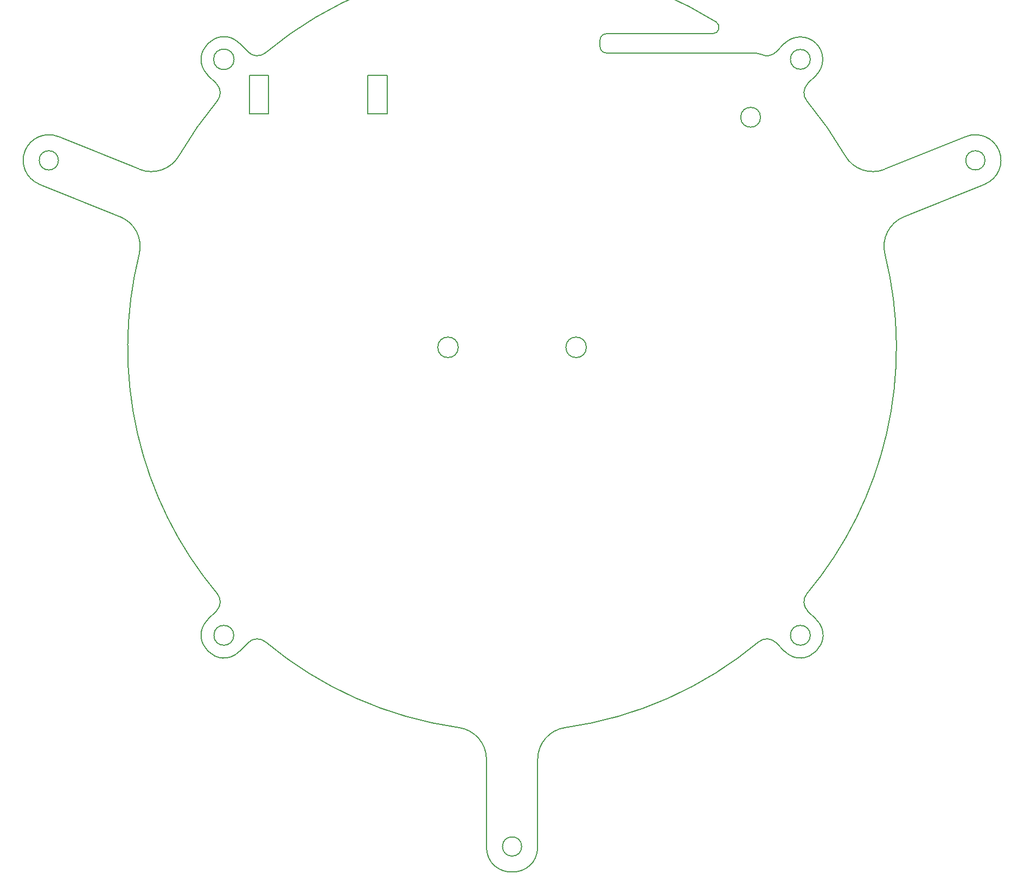
<source format=gbr>
%TF.GenerationSoftware,KiCad,Pcbnew,8.0.3*%
%TF.CreationDate,2024-06-18T01:51:01+08:00*%
%TF.ProjectId,imu-rounded,696d752d-726f-4756-9e64-65642e6b6963,rev?*%
%TF.SameCoordinates,Original*%
%TF.FileFunction,Profile,NP*%
%FSLAX46Y46*%
G04 Gerber Fmt 4.6, Leading zero omitted, Abs format (unit mm)*
G04 Created by KiCad (PCBNEW 8.0.3) date 2024-06-18 01:51:01*
%MOMM*%
%LPD*%
G01*
G04 APERTURE LIST*
%TA.AperFunction,Profile*%
%ADD10C,0.200000*%
%TD*%
G04 APERTURE END LIST*
D10*
X29179659Y-70780686D02*
G75*
G02*
X26179659Y-70780686I-1500000J0D01*
G01*
X26179659Y-70780686D02*
G75*
G02*
X29179659Y-70780686I1500000J0D01*
G01*
X138495509Y-146022775D02*
G75*
G02*
X141197825Y-146147573I1283191J-1534125D01*
G01*
X58802384Y-53852636D02*
X57474874Y-52525126D01*
X146022775Y-61504491D02*
G75*
G02*
X146147573Y-58802175I1534125J1283191D01*
G01*
X38815144Y-79593852D02*
G75*
G02*
X41792746Y-85442870I-1873044J-4635948D01*
G01*
X91692308Y-159422069D02*
G75*
G02*
X95999992Y-164373908I-692308J-4951831D01*
G01*
X104000000Y-178000000D02*
G75*
G02*
X96000000Y-178000000I-4000000J0D01*
G01*
X80500000Y-63500000D02*
X77500000Y-63500000D01*
X101500000Y-178000000D02*
G75*
G02*
X98500000Y-178000000I-1500000J0D01*
G01*
X98500000Y-178000000D02*
G75*
G02*
X101500000Y-178000000I1500000J0D01*
G01*
X96000000Y-164373908D02*
X96000000Y-178000000D01*
X48016934Y-70037343D02*
G75*
G02*
X41812049Y-72176400I-4331884J2496783D01*
G01*
X147474874Y-142525126D02*
G75*
G02*
X142525126Y-147474874I-2474874J-2474874D01*
G01*
X52525126Y-57474874D02*
X53857326Y-58807074D01*
X77500000Y-63500000D02*
X77500000Y-57500000D01*
X138495509Y-146022775D02*
G75*
G02*
X108307692Y-159422069I-38495509J46022775D01*
G01*
X77500000Y-57500000D02*
X80500000Y-57500000D01*
X52525126Y-57474874D02*
G75*
G02*
X57474874Y-52525126I2474874J2474874D01*
G01*
X158207299Y-85442859D02*
G75*
G02*
X146022775Y-138495509I-58207299J-14557141D01*
G01*
X91600000Y-100000000D02*
G75*
G02*
X88400000Y-100000000I-1600000J0D01*
G01*
X88400000Y-100000000D02*
G75*
G02*
X91600000Y-100000000I1600000J0D01*
G01*
X59000000Y-57500000D02*
X62000000Y-57500000D01*
X56600000Y-55000000D02*
G75*
G02*
X53400000Y-55000000I-1600000J0D01*
G01*
X53400000Y-55000000D02*
G75*
G02*
X56600000Y-55000000I1600000J0D01*
G01*
X56550000Y-145000000D02*
G75*
G02*
X53450000Y-145000000I-1550000J0D01*
G01*
X53450000Y-145000000D02*
G75*
G02*
X56550000Y-145000000I1550000J0D01*
G01*
X137948700Y-54000000D02*
G75*
G02*
X138863730Y-54221546I0J-2000400D01*
G01*
X61504491Y-53977225D02*
G75*
G02*
X131851783Y-49152542I38495509J-46022775D01*
G01*
X26181244Y-74489425D02*
G75*
G02*
X29178085Y-67071959I1498416J3708735D01*
G01*
X170821874Y-67071966D02*
G75*
G02*
X173818726Y-74489434I1498426J-3708734D01*
G01*
X26181244Y-74489425D02*
X38815144Y-79593852D01*
X53852427Y-141197825D02*
X52525126Y-142525126D01*
X62000000Y-57500000D02*
X62000000Y-63500000D01*
X104000000Y-178000000D02*
X104000000Y-164373900D01*
X141197825Y-146147573D02*
X142525126Y-147474874D01*
X41812048Y-72176402D02*
X29178088Y-67071951D01*
X80500000Y-57500000D02*
X80500000Y-63500000D01*
X146147573Y-58802175D02*
X147474874Y-57474874D01*
X146022775Y-61504491D02*
G75*
G02*
X151983069Y-70037341I-46023175J-38495809D01*
G01*
X53857326Y-58807074D02*
G75*
G02*
X53977216Y-61504483I-1414226J-1414226D01*
G01*
X62000000Y-63500000D02*
X59000000Y-63500000D01*
X48016934Y-70037343D02*
G75*
G02*
X53977223Y-61504489I51982666J-29962357D01*
G01*
X142525126Y-52525126D02*
G75*
G02*
X147474874Y-57474874I2474874J-2474874D01*
G01*
X61504491Y-53977225D02*
G75*
G02*
X58802383Y-53852637I-1283191J1534125D01*
G01*
X137948700Y-54000000D02*
X114736700Y-54000000D01*
X142525126Y-52525126D02*
X141192926Y-53857326D01*
X113736715Y-52994709D02*
X113736715Y-52000000D01*
X161195912Y-79589386D02*
X173818727Y-74489437D01*
X57474874Y-147474874D02*
G75*
G02*
X52525126Y-142525126I-2474874J2474874D01*
G01*
X114736715Y-51000000D02*
X131325590Y-51000000D01*
X146142674Y-141192926D02*
G75*
G02*
X146022784Y-138495517I1414226J1414226D01*
G01*
X114736700Y-54000000D02*
G75*
G02*
X113736714Y-52994709I0J1000000D01*
G01*
X170821874Y-67071966D02*
X158188051Y-72176362D01*
X53977225Y-138495509D02*
G75*
G02*
X53852427Y-141197825I-1534125J-1283191D01*
G01*
X58807074Y-146142674D02*
G75*
G02*
X61504483Y-146022784I1414226J-1414226D01*
G01*
X173820341Y-70780686D02*
G75*
G02*
X170820341Y-70780686I-1500000J0D01*
G01*
X170820341Y-70780686D02*
G75*
G02*
X173820341Y-70780686I1500000J0D01*
G01*
X158207299Y-85442859D02*
G75*
G02*
X161195912Y-79589386I4850701J1213059D01*
G01*
X141192926Y-53857326D02*
G75*
G02*
X138863727Y-54221553I-1414226J1414226D01*
G01*
X111600000Y-100000000D02*
G75*
G02*
X108400000Y-100000000I-1600000J0D01*
G01*
X108400000Y-100000000D02*
G75*
G02*
X111600000Y-100000000I1600000J0D01*
G01*
X146550000Y-145000000D02*
G75*
G02*
X143450000Y-145000000I-1550000J0D01*
G01*
X143450000Y-145000000D02*
G75*
G02*
X146550000Y-145000000I1550000J0D01*
G01*
X59000000Y-63500000D02*
X59000000Y-57500000D01*
X91692308Y-159422069D02*
G75*
G02*
X61504491Y-146022775I8307692J59422069D01*
G01*
X138786715Y-64049803D02*
G75*
G02*
X135686715Y-64049803I-1550000J0D01*
G01*
X135686715Y-64049803D02*
G75*
G02*
X138786715Y-64049803I1550000J0D01*
G01*
X147474874Y-142525126D02*
X146142674Y-141192926D01*
X146550000Y-55000000D02*
G75*
G02*
X143450000Y-55000000I-1550000J0D01*
G01*
X143450000Y-55000000D02*
G75*
G02*
X146550000Y-55000000I1550000J0D01*
G01*
X57474874Y-147474874D02*
X58807074Y-146142674D01*
X113736715Y-52000000D02*
G75*
G02*
X114736715Y-51000015I999985J0D01*
G01*
X53977225Y-138495509D02*
G75*
G02*
X41792701Y-85442859I46022775J38495509D01*
G01*
X131851783Y-49152542D02*
G75*
G02*
X131325590Y-51000000I-530883J-847458D01*
G01*
X104000000Y-164373900D02*
G75*
G02*
X108307691Y-159422061I5000000J0D01*
G01*
X158188051Y-72176362D02*
G75*
G02*
X151983058Y-70037347I-1873051J4635962D01*
G01*
M02*

</source>
